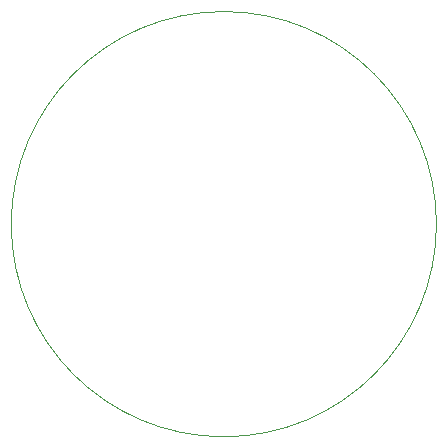
<source format=gbr>
%TF.GenerationSoftware,KiCad,Pcbnew,7.0.9*%
%TF.CreationDate,2024-04-20T20:01:19-07:00*%
%TF.ProjectId,mini_v1,6d696e69-5f76-4312-9e6b-696361645f70,rev?*%
%TF.SameCoordinates,Original*%
%TF.FileFunction,Profile,NP*%
%FSLAX46Y46*%
G04 Gerber Fmt 4.6, Leading zero omitted, Abs format (unit mm)*
G04 Created by KiCad (PCBNEW 7.0.9) date 2024-04-20 20:01:19*
%MOMM*%
%LPD*%
G01*
G04 APERTURE LIST*
%TA.AperFunction,Profile*%
%ADD10C,0.100000*%
%TD*%
G04 APERTURE END LIST*
D10*
X118491000Y-48133000D02*
G75*
G03*
X118491000Y-48133000I-18000000J0D01*
G01*
M02*

</source>
